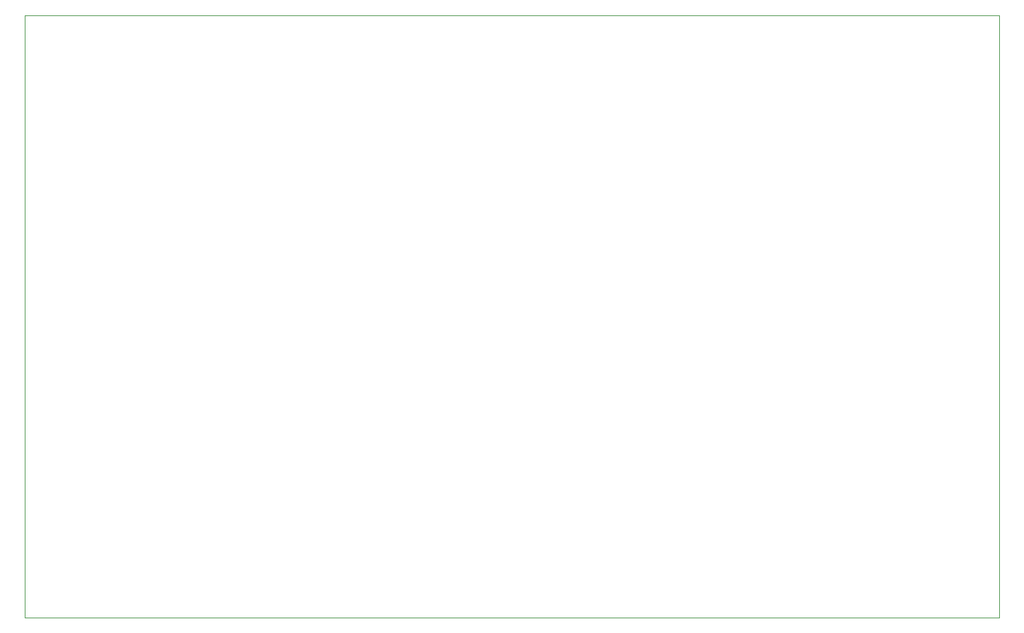
<source format=gm1>
G04 #@! TF.GenerationSoftware,KiCad,Pcbnew,6.0.5+dfsg-1~bpo11+1*
G04 #@! TF.CreationDate,2022-07-21T21:01:22+00:00*
G04 #@! TF.ProjectId,mod_osc_board,6d6f645f-6f73-4635-9f62-6f6172642e6b,0*
G04 #@! TF.SameCoordinates,Original*
G04 #@! TF.FileFunction,Profile,NP*
%FSLAX46Y46*%
G04 Gerber Fmt 4.6, Leading zero omitted, Abs format (unit mm)*
G04 Created by KiCad (PCBNEW 6.0.5+dfsg-1~bpo11+1) date 2022-07-21 21:01:22*
%MOMM*%
%LPD*%
G01*
G04 APERTURE LIST*
G04 #@! TA.AperFunction,Profile*
%ADD10C,0.100000*%
G04 #@! TD*
G04 APERTURE END LIST*
D10*
X209296000Y-59542800D02*
X86106000Y-59542800D01*
X209296000Y-135742800D02*
X209296000Y-59542800D01*
X86106000Y-135742800D02*
X209296000Y-135742800D01*
X86106000Y-59542800D02*
X86106000Y-135742800D01*
M02*

</source>
